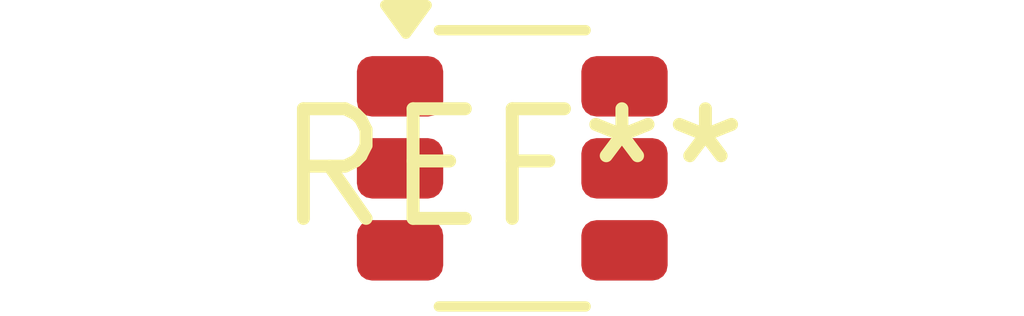
<source format=kicad_pcb>
(kicad_pcb (version 20240108) (generator pcbnew)
  (layers (0 "F.Cu" signal) (31 "B.Cu" signal) (34 "B.Paste" user) (35 "F.Paste" user) (36 "B.SilkS" user "B.Silkscreen") (37 "F.SilkS" user "F.Silkscreen") (38 "B.Mask" user) (39 "F.Mask" user) (44 "Edge.Cuts" user))
  (net 0 "")
  (footprint "SuperSOT-6" (layer "F.Cu") (at 0 0)
    (property "Reference" "REF**")
    (property "Value" "SuperSOT-6")
    (fp_line (start 0.85 -1.6) (end -0.85 -1.6) (layer "F.SilkS") (stroke (width 0.12)))
    (fp_line (start 0.85 1.6) (end -0.85 1.6) (layer "F.SilkS") (stroke (width 0.12)))
    (fp_poly (pts (xy -1.231514 -1.56) (xy -1.471514 -1.89) (xy -0.991514 -1.89) (xy -1.231514 -1.56)) (layer "F.SilkS") (stroke (width 0.12)) (fill solid))
    (pad "1" smd roundrect (at -1.3 -0.95) (size 1 0.7) (layers "F.Cu" "F.Paste" "F.Mask"))
    (pad "2" smd roundrect (at -1.3 0) (size 1 0.7) (layers "F.Cu" "F.Paste" "F.Mask"))
    (pad "3" smd roundrect (at -1.3 0.95) (size 1 0.7) (layers "F.Cu" "F.Paste" "F.Mask"))
    (pad "4" smd roundrect (at 1.3 0.95) (size 1 0.7) (layers "F.Cu" "F.Paste" "F.Mask"))
    (pad "5" smd roundrect (at 1.3 0) (size 1 0.7) (layers "F.Cu" "F.Paste" "F.Mask"))
    (pad "6" smd roundrect (at 1.3 -0.95) (size 1 0.7) (layers "F.Cu" "F.Paste" "F.Mask"))
  )
)
</source>
